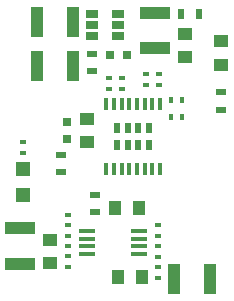
<source format=gtp>
G04 #@! TF.FileFunction,Paste,Top*
%FSLAX46Y46*%
G04 Gerber Fmt 4.6, Leading zero omitted, Abs format (unit mm)*
G04 Created by KiCad (PCBNEW 4.0.6) date Wed Apr  3 14:00:51 2019*
%MOMM*%
%LPD*%
G01*
G04 APERTURE LIST*
%ADD10C,0.100000*%
%ADD11R,1.060000X0.650000*%
%ADD12R,1.000000X2.500000*%
%ADD13R,0.600000X0.400000*%
%ADD14R,1.250000X1.000000*%
%ADD15R,0.450000X1.050000*%
%ADD16R,0.537000X0.882000*%
%ADD17R,0.900000X0.500000*%
%ADD18R,0.800000X0.750000*%
%ADD19R,2.500000X1.000000*%
%ADD20R,0.750000X0.800000*%
%ADD21R,0.500000X0.900000*%
%ADD22R,1.000000X1.250000*%
%ADD23R,1.450000X0.450000*%
%ADD24R,1.200000X1.200000*%
%ADD25R,0.400000X0.600000*%
G04 APERTURE END LIST*
D10*
D11*
X8869500Y30477500D03*
X8869500Y29527500D03*
X8869500Y28577500D03*
X11069500Y28577500D03*
X11069500Y30477500D03*
X11069500Y29527500D03*
D12*
X7215000Y29781500D03*
X4215000Y29781500D03*
D13*
X6858000Y10802200D03*
X6858000Y11702200D03*
D14*
X8420100Y19599400D03*
X8420100Y21599400D03*
D15*
X10069400Y17316400D03*
X10719400Y17316400D03*
X11369400Y17316400D03*
X12019400Y17316400D03*
X12669400Y17316400D03*
X13319400Y17316400D03*
X13969400Y17316400D03*
X14619400Y17316400D03*
X14619400Y22866400D03*
X13969400Y22866400D03*
X13319400Y22866400D03*
X12669400Y22866400D03*
X12019400Y22866400D03*
X11369400Y22866400D03*
X10719400Y22866400D03*
X10069400Y22866400D03*
D16*
X13686900Y20826400D03*
X12791900Y20826400D03*
X11896900Y20826400D03*
X11001900Y20826400D03*
X13686900Y19356400D03*
X12791900Y19356400D03*
X11896900Y19356400D03*
X11001900Y19356400D03*
D17*
X9144000Y15177200D03*
X9144000Y13677200D03*
D18*
X10362500Y26987500D03*
X11862500Y26987500D03*
D19*
X14160500Y30583000D03*
X14160500Y27583000D03*
D14*
X16700500Y28813000D03*
X16700500Y26813000D03*
D12*
X7215000Y26035000D03*
X4215000Y26035000D03*
D20*
X6769100Y19849400D03*
X6769100Y21349400D03*
D13*
X14478000Y11691200D03*
X14478000Y12591200D03*
X6858000Y12580200D03*
X6858000Y13480200D03*
X14478000Y9913200D03*
X14478000Y10813200D03*
D21*
X16395000Y30480000D03*
X17895000Y30480000D03*
D17*
X8826500Y25602500D03*
X8826500Y27102500D03*
X6197600Y17055400D03*
X6197600Y18555400D03*
D22*
X12811000Y14046200D03*
X10811000Y14046200D03*
D23*
X12868000Y10150200D03*
X12868000Y10800200D03*
X12868000Y11450200D03*
X12868000Y12100200D03*
X8468000Y12100200D03*
X8468000Y11450200D03*
X8468000Y10800200D03*
X8468000Y10150200D03*
D14*
X19812000Y26178000D03*
X19812000Y28178000D03*
D17*
X19812000Y23864000D03*
X19812000Y22364000D03*
D19*
X2794000Y12320400D03*
X2794000Y9320400D03*
D12*
X15822800Y8026400D03*
X18822800Y8026400D03*
D14*
X5334000Y9363200D03*
X5334000Y11363200D03*
D22*
X13090400Y8229600D03*
X11090400Y8229600D03*
D24*
X3048000Y17356000D03*
X3048000Y15156000D03*
D13*
X3048000Y18727000D03*
X3048000Y19627000D03*
X6858000Y9949600D03*
X6858000Y9049600D03*
X14478000Y9035200D03*
X14478000Y8135200D03*
X11379200Y25037200D03*
X11379200Y24137200D03*
X10312400Y24137200D03*
X10312400Y25037200D03*
X14528800Y25392800D03*
X14528800Y24492800D03*
X13462000Y24492800D03*
X13462000Y25392800D03*
D25*
X15552000Y23215600D03*
X16452000Y23215600D03*
X15552000Y21767800D03*
X16452000Y21767800D03*
M02*

</source>
